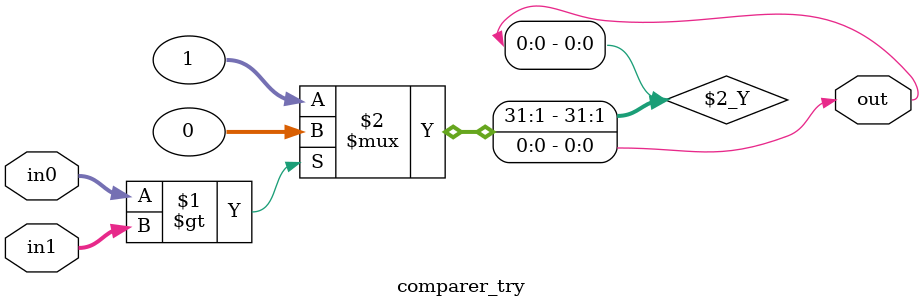
<source format=v>


// To run a specified shell command before Verilator is run on this module:
// cpp_verilator_pre_command:

// -> Note that the above statements must be preceeded with '//' as shown

module comparer_try(in0, in1, out);


input [11:0] in0;
input [11:0] in1;
output out;

assign out = in0>in1 	? 0 : 1;

endmodule

</source>
